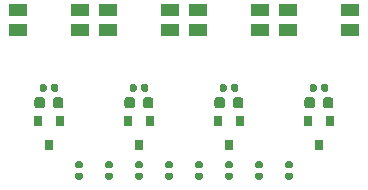
<source format=gbr>
%TF.GenerationSoftware,KiCad,Pcbnew,5.1.6-c6e7f7d~87~ubuntu18.04.1*%
%TF.CreationDate,2020-10-02T11:35:24-04:00*%
%TF.ProjectId,breadboard-io,62726561-6462-46f6-9172-642d696f2e6b,rev?*%
%TF.SameCoordinates,Original*%
%TF.FileFunction,Paste,Top*%
%TF.FilePolarity,Positive*%
%FSLAX46Y46*%
G04 Gerber Fmt 4.6, Leading zero omitted, Abs format (unit mm)*
G04 Created by KiCad (PCBNEW 5.1.6-c6e7f7d~87~ubuntu18.04.1) date 2020-10-02 11:35:24*
%MOMM*%
%LPD*%
G01*
G04 APERTURE LIST*
%ADD10R,1.550000X1.000000*%
%ADD11R,0.800000X0.900000*%
G04 APERTURE END LIST*
D10*
%TO.C,SW4*%
X151215000Y-103290000D03*
X145965000Y-103290000D03*
X145965000Y-104990000D03*
X151215000Y-104990000D03*
%TD*%
%TO.C,SW3*%
X143595000Y-103290000D03*
X138345000Y-103290000D03*
X138345000Y-104990000D03*
X143595000Y-104990000D03*
%TD*%
%TO.C,SW2*%
X135975000Y-103290000D03*
X130725000Y-103290000D03*
X130725000Y-104990000D03*
X135975000Y-104990000D03*
%TD*%
%TO.C,SW1*%
X128355000Y-103290000D03*
X123105000Y-103290000D03*
X123105000Y-104990000D03*
X128355000Y-104990000D03*
%TD*%
%TO.C,R12*%
G36*
G01*
X146222500Y-116650000D02*
X145877500Y-116650000D01*
G75*
G02*
X145730000Y-116502500I0J147500D01*
G01*
X145730000Y-116207500D01*
G75*
G02*
X145877500Y-116060000I147500J0D01*
G01*
X146222500Y-116060000D01*
G75*
G02*
X146370000Y-116207500I0J-147500D01*
G01*
X146370000Y-116502500D01*
G75*
G02*
X146222500Y-116650000I-147500J0D01*
G01*
G37*
G36*
G01*
X146222500Y-117620000D02*
X145877500Y-117620000D01*
G75*
G02*
X145730000Y-117472500I0J147500D01*
G01*
X145730000Y-117177500D01*
G75*
G02*
X145877500Y-117030000I147500J0D01*
G01*
X146222500Y-117030000D01*
G75*
G02*
X146370000Y-117177500I0J-147500D01*
G01*
X146370000Y-117472500D01*
G75*
G02*
X146222500Y-117620000I-147500J0D01*
G01*
G37*
%TD*%
%TO.C,R11*%
G36*
G01*
X143682500Y-116650000D02*
X143337500Y-116650000D01*
G75*
G02*
X143190000Y-116502500I0J147500D01*
G01*
X143190000Y-116207500D01*
G75*
G02*
X143337500Y-116060000I147500J0D01*
G01*
X143682500Y-116060000D01*
G75*
G02*
X143830000Y-116207500I0J-147500D01*
G01*
X143830000Y-116502500D01*
G75*
G02*
X143682500Y-116650000I-147500J0D01*
G01*
G37*
G36*
G01*
X143682500Y-117620000D02*
X143337500Y-117620000D01*
G75*
G02*
X143190000Y-117472500I0J147500D01*
G01*
X143190000Y-117177500D01*
G75*
G02*
X143337500Y-117030000I147500J0D01*
G01*
X143682500Y-117030000D01*
G75*
G02*
X143830000Y-117177500I0J-147500D01*
G01*
X143830000Y-117472500D01*
G75*
G02*
X143682500Y-117620000I-147500J0D01*
G01*
G37*
%TD*%
%TO.C,R10*%
G36*
G01*
X141142500Y-116650000D02*
X140797500Y-116650000D01*
G75*
G02*
X140650000Y-116502500I0J147500D01*
G01*
X140650000Y-116207500D01*
G75*
G02*
X140797500Y-116060000I147500J0D01*
G01*
X141142500Y-116060000D01*
G75*
G02*
X141290000Y-116207500I0J-147500D01*
G01*
X141290000Y-116502500D01*
G75*
G02*
X141142500Y-116650000I-147500J0D01*
G01*
G37*
G36*
G01*
X141142500Y-117620000D02*
X140797500Y-117620000D01*
G75*
G02*
X140650000Y-117472500I0J147500D01*
G01*
X140650000Y-117177500D01*
G75*
G02*
X140797500Y-117030000I147500J0D01*
G01*
X141142500Y-117030000D01*
G75*
G02*
X141290000Y-117177500I0J-147500D01*
G01*
X141290000Y-117472500D01*
G75*
G02*
X141142500Y-117620000I-147500J0D01*
G01*
G37*
%TD*%
%TO.C,R9*%
G36*
G01*
X138602500Y-116650000D02*
X138257500Y-116650000D01*
G75*
G02*
X138110000Y-116502500I0J147500D01*
G01*
X138110000Y-116207500D01*
G75*
G02*
X138257500Y-116060000I147500J0D01*
G01*
X138602500Y-116060000D01*
G75*
G02*
X138750000Y-116207500I0J-147500D01*
G01*
X138750000Y-116502500D01*
G75*
G02*
X138602500Y-116650000I-147500J0D01*
G01*
G37*
G36*
G01*
X138602500Y-117620000D02*
X138257500Y-117620000D01*
G75*
G02*
X138110000Y-117472500I0J147500D01*
G01*
X138110000Y-117177500D01*
G75*
G02*
X138257500Y-117030000I147500J0D01*
G01*
X138602500Y-117030000D01*
G75*
G02*
X138750000Y-117177500I0J-147500D01*
G01*
X138750000Y-117472500D01*
G75*
G02*
X138602500Y-117620000I-147500J0D01*
G01*
G37*
%TD*%
%TO.C,R8*%
G36*
G01*
X148400000Y-109682500D02*
X148400000Y-110027500D01*
G75*
G02*
X148252500Y-110175000I-147500J0D01*
G01*
X147957500Y-110175000D01*
G75*
G02*
X147810000Y-110027500I0J147500D01*
G01*
X147810000Y-109682500D01*
G75*
G02*
X147957500Y-109535000I147500J0D01*
G01*
X148252500Y-109535000D01*
G75*
G02*
X148400000Y-109682500I0J-147500D01*
G01*
G37*
G36*
G01*
X149370000Y-109682500D02*
X149370000Y-110027500D01*
G75*
G02*
X149222500Y-110175000I-147500J0D01*
G01*
X148927500Y-110175000D01*
G75*
G02*
X148780000Y-110027500I0J147500D01*
G01*
X148780000Y-109682500D01*
G75*
G02*
X148927500Y-109535000I147500J0D01*
G01*
X149222500Y-109535000D01*
G75*
G02*
X149370000Y-109682500I0J-147500D01*
G01*
G37*
%TD*%
%TO.C,R7*%
G36*
G01*
X140780000Y-109682500D02*
X140780000Y-110027500D01*
G75*
G02*
X140632500Y-110175000I-147500J0D01*
G01*
X140337500Y-110175000D01*
G75*
G02*
X140190000Y-110027500I0J147500D01*
G01*
X140190000Y-109682500D01*
G75*
G02*
X140337500Y-109535000I147500J0D01*
G01*
X140632500Y-109535000D01*
G75*
G02*
X140780000Y-109682500I0J-147500D01*
G01*
G37*
G36*
G01*
X141750000Y-109682500D02*
X141750000Y-110027500D01*
G75*
G02*
X141602500Y-110175000I-147500J0D01*
G01*
X141307500Y-110175000D01*
G75*
G02*
X141160000Y-110027500I0J147500D01*
G01*
X141160000Y-109682500D01*
G75*
G02*
X141307500Y-109535000I147500J0D01*
G01*
X141602500Y-109535000D01*
G75*
G02*
X141750000Y-109682500I0J-147500D01*
G01*
G37*
%TD*%
%TO.C,R6*%
G36*
G01*
X133160000Y-109682500D02*
X133160000Y-110027500D01*
G75*
G02*
X133012500Y-110175000I-147500J0D01*
G01*
X132717500Y-110175000D01*
G75*
G02*
X132570000Y-110027500I0J147500D01*
G01*
X132570000Y-109682500D01*
G75*
G02*
X132717500Y-109535000I147500J0D01*
G01*
X133012500Y-109535000D01*
G75*
G02*
X133160000Y-109682500I0J-147500D01*
G01*
G37*
G36*
G01*
X134130000Y-109682500D02*
X134130000Y-110027500D01*
G75*
G02*
X133982500Y-110175000I-147500J0D01*
G01*
X133687500Y-110175000D01*
G75*
G02*
X133540000Y-110027500I0J147500D01*
G01*
X133540000Y-109682500D01*
G75*
G02*
X133687500Y-109535000I147500J0D01*
G01*
X133982500Y-109535000D01*
G75*
G02*
X134130000Y-109682500I0J-147500D01*
G01*
G37*
%TD*%
%TO.C,R5*%
G36*
G01*
X125540000Y-109682500D02*
X125540000Y-110027500D01*
G75*
G02*
X125392500Y-110175000I-147500J0D01*
G01*
X125097500Y-110175000D01*
G75*
G02*
X124950000Y-110027500I0J147500D01*
G01*
X124950000Y-109682500D01*
G75*
G02*
X125097500Y-109535000I147500J0D01*
G01*
X125392500Y-109535000D01*
G75*
G02*
X125540000Y-109682500I0J-147500D01*
G01*
G37*
G36*
G01*
X126510000Y-109682500D02*
X126510000Y-110027500D01*
G75*
G02*
X126362500Y-110175000I-147500J0D01*
G01*
X126067500Y-110175000D01*
G75*
G02*
X125920000Y-110027500I0J147500D01*
G01*
X125920000Y-109682500D01*
G75*
G02*
X126067500Y-109535000I147500J0D01*
G01*
X126362500Y-109535000D01*
G75*
G02*
X126510000Y-109682500I0J-147500D01*
G01*
G37*
%TD*%
%TO.C,R4*%
G36*
G01*
X136062500Y-116650000D02*
X135717500Y-116650000D01*
G75*
G02*
X135570000Y-116502500I0J147500D01*
G01*
X135570000Y-116207500D01*
G75*
G02*
X135717500Y-116060000I147500J0D01*
G01*
X136062500Y-116060000D01*
G75*
G02*
X136210000Y-116207500I0J-147500D01*
G01*
X136210000Y-116502500D01*
G75*
G02*
X136062500Y-116650000I-147500J0D01*
G01*
G37*
G36*
G01*
X136062500Y-117620000D02*
X135717500Y-117620000D01*
G75*
G02*
X135570000Y-117472500I0J147500D01*
G01*
X135570000Y-117177500D01*
G75*
G02*
X135717500Y-117030000I147500J0D01*
G01*
X136062500Y-117030000D01*
G75*
G02*
X136210000Y-117177500I0J-147500D01*
G01*
X136210000Y-117472500D01*
G75*
G02*
X136062500Y-117620000I-147500J0D01*
G01*
G37*
%TD*%
%TO.C,R3*%
G36*
G01*
X133522500Y-116650000D02*
X133177500Y-116650000D01*
G75*
G02*
X133030000Y-116502500I0J147500D01*
G01*
X133030000Y-116207500D01*
G75*
G02*
X133177500Y-116060000I147500J0D01*
G01*
X133522500Y-116060000D01*
G75*
G02*
X133670000Y-116207500I0J-147500D01*
G01*
X133670000Y-116502500D01*
G75*
G02*
X133522500Y-116650000I-147500J0D01*
G01*
G37*
G36*
G01*
X133522500Y-117620000D02*
X133177500Y-117620000D01*
G75*
G02*
X133030000Y-117472500I0J147500D01*
G01*
X133030000Y-117177500D01*
G75*
G02*
X133177500Y-117030000I147500J0D01*
G01*
X133522500Y-117030000D01*
G75*
G02*
X133670000Y-117177500I0J-147500D01*
G01*
X133670000Y-117472500D01*
G75*
G02*
X133522500Y-117620000I-147500J0D01*
G01*
G37*
%TD*%
%TO.C,R2*%
G36*
G01*
X130982500Y-116650000D02*
X130637500Y-116650000D01*
G75*
G02*
X130490000Y-116502500I0J147500D01*
G01*
X130490000Y-116207500D01*
G75*
G02*
X130637500Y-116060000I147500J0D01*
G01*
X130982500Y-116060000D01*
G75*
G02*
X131130000Y-116207500I0J-147500D01*
G01*
X131130000Y-116502500D01*
G75*
G02*
X130982500Y-116650000I-147500J0D01*
G01*
G37*
G36*
G01*
X130982500Y-117620000D02*
X130637500Y-117620000D01*
G75*
G02*
X130490000Y-117472500I0J147500D01*
G01*
X130490000Y-117177500D01*
G75*
G02*
X130637500Y-117030000I147500J0D01*
G01*
X130982500Y-117030000D01*
G75*
G02*
X131130000Y-117177500I0J-147500D01*
G01*
X131130000Y-117472500D01*
G75*
G02*
X130982500Y-117620000I-147500J0D01*
G01*
G37*
%TD*%
%TO.C,R1*%
G36*
G01*
X128442500Y-116650000D02*
X128097500Y-116650000D01*
G75*
G02*
X127950000Y-116502500I0J147500D01*
G01*
X127950000Y-116207500D01*
G75*
G02*
X128097500Y-116060000I147500J0D01*
G01*
X128442500Y-116060000D01*
G75*
G02*
X128590000Y-116207500I0J-147500D01*
G01*
X128590000Y-116502500D01*
G75*
G02*
X128442500Y-116650000I-147500J0D01*
G01*
G37*
G36*
G01*
X128442500Y-117620000D02*
X128097500Y-117620000D01*
G75*
G02*
X127950000Y-117472500I0J147500D01*
G01*
X127950000Y-117177500D01*
G75*
G02*
X128097500Y-117030000I147500J0D01*
G01*
X128442500Y-117030000D01*
G75*
G02*
X128590000Y-117177500I0J-147500D01*
G01*
X128590000Y-117472500D01*
G75*
G02*
X128442500Y-117620000I-147500J0D01*
G01*
G37*
%TD*%
D11*
%TO.C,Q4*%
X148590000Y-114665000D03*
X147640000Y-112665000D03*
X149540000Y-112665000D03*
%TD*%
%TO.C,Q3*%
X140970000Y-114665000D03*
X140020000Y-112665000D03*
X141920000Y-112665000D03*
%TD*%
%TO.C,Q2*%
X133350000Y-114665000D03*
X132400000Y-112665000D03*
X134300000Y-112665000D03*
%TD*%
%TO.C,Q1*%
X125730000Y-114665000D03*
X124780000Y-112665000D03*
X126680000Y-112665000D03*
%TD*%
%TO.C,D4*%
G36*
G01*
X148240000Y-110868750D02*
X148240000Y-111381250D01*
G75*
G02*
X148021250Y-111600000I-218750J0D01*
G01*
X147583750Y-111600000D01*
G75*
G02*
X147365000Y-111381250I0J218750D01*
G01*
X147365000Y-110868750D01*
G75*
G02*
X147583750Y-110650000I218750J0D01*
G01*
X148021250Y-110650000D01*
G75*
G02*
X148240000Y-110868750I0J-218750D01*
G01*
G37*
G36*
G01*
X149815000Y-110868750D02*
X149815000Y-111381250D01*
G75*
G02*
X149596250Y-111600000I-218750J0D01*
G01*
X149158750Y-111600000D01*
G75*
G02*
X148940000Y-111381250I0J218750D01*
G01*
X148940000Y-110868750D01*
G75*
G02*
X149158750Y-110650000I218750J0D01*
G01*
X149596250Y-110650000D01*
G75*
G02*
X149815000Y-110868750I0J-218750D01*
G01*
G37*
%TD*%
%TO.C,D3*%
G36*
G01*
X140620000Y-110868750D02*
X140620000Y-111381250D01*
G75*
G02*
X140401250Y-111600000I-218750J0D01*
G01*
X139963750Y-111600000D01*
G75*
G02*
X139745000Y-111381250I0J218750D01*
G01*
X139745000Y-110868750D01*
G75*
G02*
X139963750Y-110650000I218750J0D01*
G01*
X140401250Y-110650000D01*
G75*
G02*
X140620000Y-110868750I0J-218750D01*
G01*
G37*
G36*
G01*
X142195000Y-110868750D02*
X142195000Y-111381250D01*
G75*
G02*
X141976250Y-111600000I-218750J0D01*
G01*
X141538750Y-111600000D01*
G75*
G02*
X141320000Y-111381250I0J218750D01*
G01*
X141320000Y-110868750D01*
G75*
G02*
X141538750Y-110650000I218750J0D01*
G01*
X141976250Y-110650000D01*
G75*
G02*
X142195000Y-110868750I0J-218750D01*
G01*
G37*
%TD*%
%TO.C,D2*%
G36*
G01*
X133000000Y-110868750D02*
X133000000Y-111381250D01*
G75*
G02*
X132781250Y-111600000I-218750J0D01*
G01*
X132343750Y-111600000D01*
G75*
G02*
X132125000Y-111381250I0J218750D01*
G01*
X132125000Y-110868750D01*
G75*
G02*
X132343750Y-110650000I218750J0D01*
G01*
X132781250Y-110650000D01*
G75*
G02*
X133000000Y-110868750I0J-218750D01*
G01*
G37*
G36*
G01*
X134575000Y-110868750D02*
X134575000Y-111381250D01*
G75*
G02*
X134356250Y-111600000I-218750J0D01*
G01*
X133918750Y-111600000D01*
G75*
G02*
X133700000Y-111381250I0J218750D01*
G01*
X133700000Y-110868750D01*
G75*
G02*
X133918750Y-110650000I218750J0D01*
G01*
X134356250Y-110650000D01*
G75*
G02*
X134575000Y-110868750I0J-218750D01*
G01*
G37*
%TD*%
%TO.C,D1*%
G36*
G01*
X125380000Y-110868750D02*
X125380000Y-111381250D01*
G75*
G02*
X125161250Y-111600000I-218750J0D01*
G01*
X124723750Y-111600000D01*
G75*
G02*
X124505000Y-111381250I0J218750D01*
G01*
X124505000Y-110868750D01*
G75*
G02*
X124723750Y-110650000I218750J0D01*
G01*
X125161250Y-110650000D01*
G75*
G02*
X125380000Y-110868750I0J-218750D01*
G01*
G37*
G36*
G01*
X126955000Y-110868750D02*
X126955000Y-111381250D01*
G75*
G02*
X126736250Y-111600000I-218750J0D01*
G01*
X126298750Y-111600000D01*
G75*
G02*
X126080000Y-111381250I0J218750D01*
G01*
X126080000Y-110868750D01*
G75*
G02*
X126298750Y-110650000I218750J0D01*
G01*
X126736250Y-110650000D01*
G75*
G02*
X126955000Y-110868750I0J-218750D01*
G01*
G37*
%TD*%
M02*

</source>
